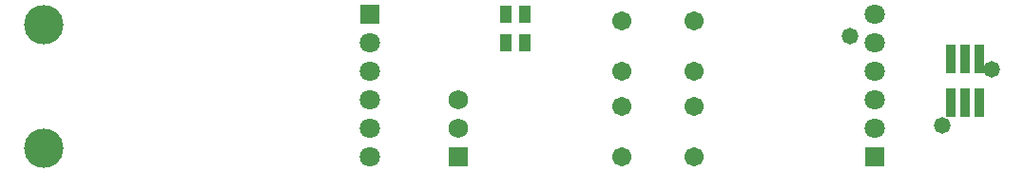
<source format=gts>
G04*
G04 #@! TF.GenerationSoftware,Altium Limited,Altium Designer,19.0.15 (446)*
G04*
G04 Layer_Color=8388736*
%FSLAX25Y25*%
%MOIN*%
G70*
G01*
G75*
%ADD17R,0.03753X0.10249*%
%ADD18R,0.04147X0.05918*%
%ADD19C,0.06902*%
%ADD20R,0.06902X0.06902*%
%ADD21C,0.06706*%
%ADD22C,0.07099*%
%ADD23R,0.07099X0.07099*%
%ADD24C,0.13792*%
%ADD25C,0.05800*%
D17*
X438071Y476181D02*
D03*
X433071D02*
D03*
X438071Y460827D02*
D03*
X433071D02*
D03*
X428071D02*
D03*
Y476181D02*
D03*
D18*
X278780Y491811D02*
D03*
X272087D02*
D03*
X278780Y481811D02*
D03*
X272087D02*
D03*
D19*
X255433Y461811D02*
D03*
Y451811D02*
D03*
D20*
Y441811D02*
D03*
D21*
X338228Y471811D02*
D03*
Y489528D02*
D03*
X312638Y471811D02*
D03*
Y489528D02*
D03*
X338228Y441811D02*
D03*
Y459528D02*
D03*
X312638Y441811D02*
D03*
Y459528D02*
D03*
D22*
X401587Y481811D02*
D03*
Y471811D02*
D03*
Y461811D02*
D03*
Y451811D02*
D03*
Y491811D02*
D03*
X224410Y451811D02*
D03*
Y461811D02*
D03*
Y471811D02*
D03*
Y481811D02*
D03*
Y441811D02*
D03*
D23*
X401587D02*
D03*
X224410Y491811D02*
D03*
D24*
X110236Y444882D02*
D03*
Y488189D02*
D03*
D25*
X392933Y484311D02*
D03*
X442500Y472500D02*
D03*
X425197Y452756D02*
D03*
M02*

</source>
